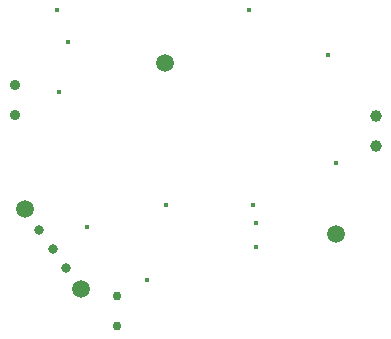
<source format=gbr>
%TF.GenerationSoftware,KiCad,Pcbnew,7.0.9*%
%TF.CreationDate,2024-04-20T20:01:21-07:00*%
%TF.ProjectId,mini_v1,6d696e69-5f76-4312-9e6b-696361645f70,rev?*%
%TF.SameCoordinates,Original*%
%TF.FileFunction,Plated,1,2,PTH,Drill*%
%TF.FilePolarity,Positive*%
%FSLAX46Y46*%
G04 Gerber Fmt 4.6, Leading zero omitted, Abs format (unit mm)*
G04 Created by KiCad (PCBNEW 7.0.9) date 2024-04-20 20:01:21*
%MOMM*%
%LPD*%
G01*
G04 APERTURE LIST*
%TA.AperFunction,ViaDrill*%
%ADD10C,0.400000*%
%TD*%
%TA.AperFunction,ComponentDrill*%
%ADD11C,0.762000*%
%TD*%
%TA.AperFunction,ComponentDrill*%
%ADD12C,0.812800*%
%TD*%
%TA.AperFunction,ComponentDrill*%
%ADD13C,0.900000*%
%TD*%
%TA.AperFunction,ComponentDrill*%
%ADD14C,1.000000*%
%TD*%
%TA.AperFunction,ComponentDrill*%
%ADD15C,1.498600*%
%TD*%
%TA.AperFunction,ComponentDrill*%
%ADD16C,1.520000*%
%TD*%
G04 APERTURE END LIST*
D10*
X88773000Y-36322000D03*
X89002071Y-43312271D03*
X89718000Y-39045000D03*
X91313000Y-54737000D03*
X96393000Y-59182000D03*
X98044000Y-52832000D03*
X105029000Y-36322000D03*
X105410000Y-52832000D03*
X105664000Y-54356000D03*
X105664000Y-56388000D03*
X111760000Y-40132000D03*
X112395000Y-49276000D03*
D11*
%TO.C,C2*%
X93853000Y-60579000D03*
X93853000Y-63119000D03*
D12*
%TO.C,SW1*%
X87311714Y-54934939D03*
X88458867Y-56573244D03*
X89606021Y-58211549D03*
D13*
%TO.C,D1*%
X85217000Y-42672000D03*
X85217000Y-45212000D03*
D14*
%TO.C,J1*%
X115824000Y-45344000D03*
X115824000Y-47884000D03*
D15*
%TO.C,SW1*%
X86106000Y-53213000D03*
X90811735Y-59933488D03*
D16*
%TO.C,BT1*%
X97978768Y-40828768D03*
X112467386Y-55317386D03*
M02*

</source>
